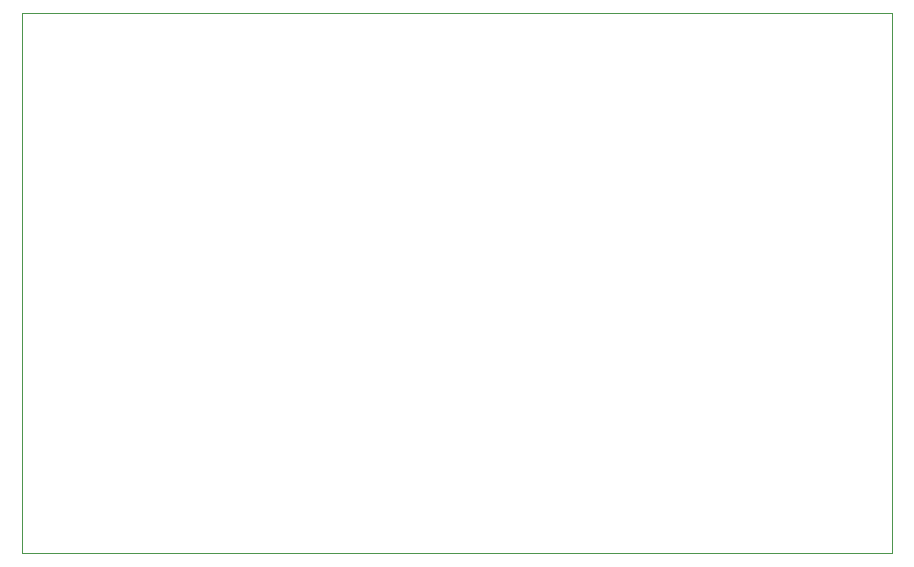
<source format=gbr>
G04 #@! TF.GenerationSoftware,KiCad,Pcbnew,(5.1.5)-3*
G04 #@! TF.CreationDate,2020-09-19T18:20:04+02:00*
G04 #@! TF.ProjectId,PedalCtrl,50656461-6c43-4747-926c-2e6b69636164,v0.0*
G04 #@! TF.SameCoordinates,Original*
G04 #@! TF.FileFunction,Profile,NP*
%FSLAX46Y46*%
G04 Gerber Fmt 4.6, Leading zero omitted, Abs format (unit mm)*
G04 Created by KiCad (PCBNEW (5.1.5)-3) date 2020-09-19 18:20:04*
%MOMM*%
%LPD*%
G04 APERTURE LIST*
%ADD10C,0.050000*%
G04 APERTURE END LIST*
D10*
X234950000Y-64770000D02*
X234950000Y-19050000D01*
X233045000Y-64770000D02*
X234950000Y-64770000D01*
X199390000Y-64770000D02*
X233045000Y-64770000D01*
X161290000Y-64770000D02*
X199390000Y-64770000D01*
X161290000Y-64135000D02*
X161290000Y-64770000D01*
X161290000Y-63500000D02*
X161290000Y-64135000D01*
X161290000Y-62865000D02*
X161290000Y-63500000D01*
X161290000Y-53975000D02*
X161290000Y-62865000D01*
X161290000Y-31750000D02*
X161290000Y-53975000D01*
X161290000Y-19050000D02*
X161290000Y-31750000D01*
X179070000Y-19050000D02*
X161290000Y-19050000D01*
X196215000Y-19050000D02*
X179070000Y-19050000D01*
X217170000Y-19050000D02*
X196215000Y-19050000D01*
X232410000Y-19050000D02*
X217170000Y-19050000D01*
X234950000Y-19050000D02*
X232410000Y-19050000D01*
M02*

</source>
